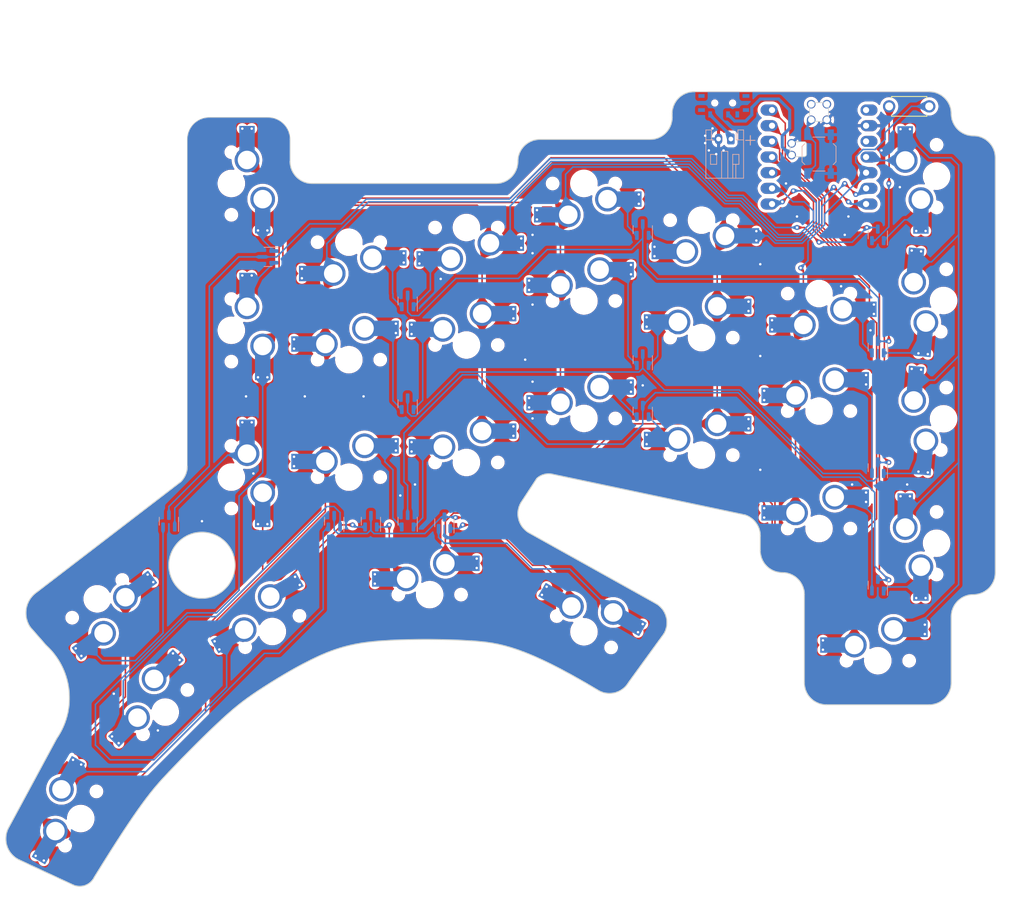
<source format=kicad_pcb>
(kicad_pcb (version 20221018) (generator pcbnew)
  (layers (0 "F.Cu" signal) (31 "B.Cu" signal) (34 "B.Paste" user) (35 "F.Paste" user) (36 "B.SilkS" user "B.Silkscreen") (37 "F.SilkS" user "F.Silkscreen") (38 "B.Mask" user) (39 "F.Mask" user) (44 "Edge.Cuts" user))
  (net 0 "")
  (net 1 "VBAT")
  (net 2 "GND")
  (net 3 "ROW1")
  (net 4 "ROW2")
  (net 5 "ROW3")
  (net 6 "ROW4")
  (net 7 "Net-(D11-A2)")
  (net 8 "ROW0")
  (net 9 "VCC")
  (net 13 "RESET")
  (net 14 "BAT+")
  (net 15 "COL5")
  (net 16 "COL4")
  (net 17 "COL3")
  (net 18 "COL2")
  (net 19 "COL1")
  (net 20 "Net-(D1-A1)")
  (net 21 "Net-(D1-A2)")
  (net 22 "Net-(D2-A1)")
  (net 23 "Net-(D2-A2)")
  (net 24 "Net-(D3-A1)")
  (net 25 "Net-(D3-A2)")
  (net 26 "Net-(D4-A1)")
  (net 27 "Net-(D4-A2)")
  (net 28 "Net-(D6-A1)")
  (net 29 "Net-(D6-A2)")
  (net 30 "Net-(D7-A1)")
  (net 31 "Net-(D7-A2)")
  (net 32 "Net-(D8-A1)")
  (net 33 "Net-(D8-A2)")
  (net 34 "Net-(D9-A1)")
  (net 35 "Net-(D9-A2)")
  (net 36 "Net-(D11-A1)")
  (net 37 "Net-(D12-A1)")
  (net 38 "Net-(D12-A2)")
  (net 39 "Net-(D13-A1)")
  (net 40 "Net-(D13-A2)")
  (net 41 "Net-(D14-A1)")
  (net 42 "Net-(D14-A2)")
  (net 43 "Net-(D15-A1)")
  (net 44 "Net-(D15-A2)")
  (net 46 "COL0")
  (net 47 "Net-(D5-A1)")
  (net 48 "Net-(D5-A2)")
  (net 49 "Net-(D10-A2)")
  (net 50 "Net-(D10-A1)")
  (footprint "pretty:MX-1U-Hotswap" (layer "F.Cu") (at 63.793996 236.96352 30)
    (fp_text reference "S43")
    (fp_text value "SW" hide)
  )
  (footprint "pretty:xiao-ble-smd-cutout" (layer "F.Cu") (at 152.400128 160.02012)
    (fp_text reference "U1" hide)
    (fp_text value "xiao-ble" hide)
    (fp_line (start -4.699 -0.7488) (end -4.699 -1.7902) (stroke (width 0.12)) (layer "Edge.Cuts"))
    (fp_line (start -4.0132 -2.476) (end -2.413 -2.476) (stroke (width 0.12)) (layer "Edge.Cuts"))
    (fp_line (start -2.413 -0.063) (end -4.0132 -0.063) (stroke (width 0.12)) (layer "Edge.Cuts"))
    (fp_line (start -2.032 -2.095) (end -2.032 -0.444) (stroke (width 0.12)) (layer "Edge.Cuts"))
    (fp_line (start -1.524 -6.4638) (end -1.524 -8.1402) (stroke (width 0.12)) (layer "Edge.Cuts"))
    (fp_line (start -0.8382 -8.826) (end 0.8382 -8.826) (stroke (width 0.12)) (layer "Edge.Cuts"))
    (fp_line (start -0.8382 -5.778) (end 0.8382 -5.778) (stroke (width 0.12)) (layer "Edge.Cuts"))
    (fp_line (start 1.524 -6.4638) (end 1.524 -8.1402) (stroke (width 0.12)) (layer "Edge.Cuts"))
    (fp_arc (start -4.699 -0.7488) (mid -4.095391 -0.666609) (end -4.0132 -0.063) (stroke (width 0.12)) (layer "Edge.Cuts"))
    (fp_arc (start -4.0132 -2.476) (mid -4.095391 -1.872391) (end -4.699 -1.7902) (stroke (width 0.12)) (layer "Edge.Cuts"))
    (fp_arc (start -2.413 -2.476) (mid -2.143592 -2.364408) (end -2.032 -2.095) (stroke (width 0.12)) (layer "Edge.Cuts"))
    (fp_arc (start -2.032 -0.444) (mid -2.143592 -0.174592) (end -2.413 -0.063) (stroke (width 0.12)) (layer "Edge.Cuts"))
    (fp_arc (start -1.524 -6.4638) (mid -0.920391 -6.381609) (end -0.8382 -5.778) (stroke (width 0.12)) (layer "Edge.Cuts"))
    (fp_arc (start -0.8382 -8.826) (mid -0.920391 -8.222391) (end -1.524 -8.1402) (stroke (width 0.12)) (layer "Edge.Cuts"))
    (fp_arc (start 0.8382 -5.778) (mid 0.920391 -6.381609) (end 1.524 -6.4638) (stroke (width 0.12)) (layer "Edge.Cuts"))
    (fp_arc (start 1.524 -8.1402) (mid 0.920393 -8.222393) (end 0.8382 -8.826) (stroke (width 0.12)) (layer "Edge.Cuts"))
  )
  (footprint "pretty:MX-1U-Hotswap" (layer "F.Cu") (at 172.576196 183.28552 85)
    (fp_text reference "S10")
    (fp_text value "SW" hide)
  )
  (footprint "pretty:MX-1U-Hotswap" (layer "F.Cu") (at 133.350096 170.25952 180)
    (fp_text reference "S12")
    (fp_text value "SW" hide)
  )
  (footprint "pretty:MX-1U-Hotswap" (layer "F.Cu") (at 152.400096 201.21582)
    (fp_text reference "S21")
    (fp_text value "SW" hide)
  )
  (footprint "pretty:MX-1U-Hotswap" (layer "F.Cu") (at 95.250096 171.45022 180)
    (fp_text reference "S14")
    (fp_text value "SW" hide)
  )
  (footprint "pretty:MX-1U-Hotswap" (layer "F.Cu") (at 152.400096 220.26582)
    (fp_text reference "S31")
    (fp_text value "SW" hide)
  )
  (footprint "pretty:MX-1U-Hotswap" (layer "F.Cu") (at 171.450096 222.64702 90)
    (fp_text reference "S30")
    (fp_text value "SW" hide)
  )
  (footprint "pretty:MX-1U-Hotswap" (layer "F.Cu") (at 171.450096 163.11582 90)
    (fp_text reference "S0")
    (fp_text value "SW" hide)
  )
  (footprint "pretty:MX-1U-Hotswap" (layer "F.Cu") (at 89.296896 230.98152)
    (fp_text reference "S42")
    (fp_text value "SW" hide)
  )
  (footprint "pretty:MX-1U-Hotswap" (layer "F.Cu") (at 57.149996 211.93152 -90)
    (fp_text reference "S4")
    (fp_text value "SW" hide)
  )
  (footprint "pretty:MX-1U-Hotswap" (layer "F.Cu") (at 46.434396 250.03142 45)
    (fp_text reference "S44")
    (fp_text value "SW" hide)
  )
  (footprint "pretty:MX-1U-Hotswap" (layer "F.Cu") (at 32.742096 267.29562 60)
    (fp_text reference locked "S45")
    (fp_text value "SW" hide)
  )
  (footprint "pretty:MX-1U-Hotswap" (layer "F.Cu") (at 35.412796 231.66412 -143)
    (fp_text reference "S5")
    (fp_text value "SW" hide)
  )
  (footprint "pretty:MX-1U-Hotswap" (layer "F.Cu") (at 76.200096 211.93142)
    (fp_text reference "S35")
    (fp_text value "SW" hide)
  )
  (footprint "Fiducial:Fiducial_1mm_Mask2mm" (layer "F.Cu") (at 156.567319 152.400128)
    (fp_text reference "FID1" hide)
    (fp_text value "Fiducial")
  )
  (footprint "pretty:MX-1U-Hotswap" (layer "F.Cu") (at 114.300096 202.40642)
    (fp_text reference "S33")
    (fp_text value "SW" hide)
  )
  (footprint "pretty:PushSW" (layer "F.Cu") (at 167.009518 151.804815)
    (fp_text reference "S1" hide)
    (fp_text value "SW_Push" hide)
  )
  (footprint "pretty:MX-1U-Hotswap" (layer "F.Cu") (at 95.250096 190.50022)
    (fp_text reference "S24")
    (fp_text value "SW" hide)
  )
  (footprint "pretty:MX-1U-Hotswap" (layer "F.Cu") (at 76.200096 192.88142)
    (fp_text reference "S25")
    (fp_text value "SW" hide)
  )
  (footprint "pretty:MX-1U-Hotswap" (layer "F.Cu") (at 114.300096 183.35642)
    (fp_text reference "S23")
    (fp_text value "SW" hide)
  )
  (footprint "Fiducial:Fiducial_1mm_Mask2mm" (layer "F.Cu") (at 32.146902 274.439293)
    (fp_text reference "FID3" hide)
    (fp_text value "Fiducial")
  )
  (footprint "pretty:MX-1U-Hotswap" (layer "F.Cu") (at 133.350096 189.30952)
    (fp_text reference "S22")
    (fp_text value "SW" hide)
  )
  (footprint "Fiducial:Fiducial_1mm_Mask2mm" (layer "F.Cu") (at 157.757945 229.790818)
    (fp_text reference "FID2" hide)
    (fp_text value "Fiducial")
  )
  (footprint "pretty:MX-1U-Hotswap" (layer "F.Cu") (at 57.150096 164.30642 -90)
    (fp_text reference "S2")
    (fp_text value "SW" hide)
  )
  (footprint "pretty:MX-1U-Hotswap" (layer "F.Cu") (at 76.200096 173.83142 180)
    (fp_text reference "S15")
    (fp_text value "SW" hide)
  )
  (footprint "pretty:MX-1U-Hotswap" (layer "F.Cu") (at 95.250096 209.55022)
    (fp_text reference "S34")
    (fp_text value "SW" hide)
  )
  (footprint "pretty:MX-1U-Hotswap" (layer "F.Cu") (at 133.350096 208.35952)
    (fp_text reference "S32")
    (fp_text value "SW" hide)
  )
  (footprint "pretty:MX-1U-Hotswap" (layer "F.Cu") (at 172.576196 202.46832 85)
    (fp_text reference "S20")
    (fp_text value "SW" hide)
  )
  (footprint "pretty:MX-1U-Hotswap" (layer "F.Cu") (at 57.150096 188.11892 -90)
    (fp_text reference "S3")
    (fp_text value "SW" hide)
  )
  (footprint "pretty:MX-1U-Hotswap" (layer "F.Cu") (at 114.299996 237.00572 -30)
    (fp_text reference locked "S41")
    (fp_text value "SW" hide)
  )
  (footprint "pretty:MX-1U-Hotswap" (layer "F.Cu") (at 161.925096 241.69712)
    (fp_text reference "S40")
    (fp_text value "SW" hide)
  )
  (footprint "pretty:MX-1U-Hotswap" (layer "F.Cu") (at 152.400096 182.16582 180)
    (fp_text reference "S11")
    (fp_text value "SW" hide)
  )
  (footprint "pretty:MX-1U-Hotswap" (layer "F.Cu") (at 114.300096 164.30642 180)
    (fp_text reference "S13")
    (fp_text value "SW" hide)
  )
  (footprint "Package_TO_SOT_SMD:SOT-23" (layer "B.Cu") (at 161.925096 210.398615 90)
    (fp_text reference "D3" hide)
    (fp_text value "BAV70")
  )
  (footprint "Package_TO_SOT_SMD:SOT-23" (layer "B.Cu") (at 85.725072 200.025168 90)
    (fp_text reference "D13" hide)
    (fp_text value "BAV70")
  )
  (footprint "Package_TO_SOT_SMD:SOT-23" (layer "B.Cu") (at 91.678202 219.32831 90)
    (fp_text reference "D5" hide)
    (fp_text value "BAV70")
  )
  (footprint "Connector_JST:JST_PH_S2B-PH-K_1x02_P2.00mm_Horizontal" (layer "B.Cu") (at 138.112616 157.093884 180)
    (fp_text reference "BT1" hide)
    (fp_text value "Battery_Cell")
  )
  (footprint "Package_TO_SOT_SMD:SOT-23" (layer "B.Cu") (at 85.725096 183.356404 90)
    (fp_text reference "D12" hide)
    (fp_text value "BAV70")
  )
  (footprint "Package_TO_SOT_SMD:SOT-23" (layer "B.Cu") (at 85.725072 219.075184 90)
    (fp_text reference "D14" hide)
    (fp_text value "BAV70")
  )
  (footprint "Package_TO_SOT_SMD:SOT-23" (layer "B.Cu") (at 47.029727 219.075184 90)
    (fp_text reference "D11" hide)
    (fp_text value "BAV70")
  )
  (footprint "sepp:switch-MSK-12C02-smd" (layer "B.Cu") (at 136.950096 149.90712 -90)
    (fp_text reference "SW_bat1")
    (fp_text value "SW_SPDT")
  )
  (footprint "Package_TO_SOT_SMD:SOT-23" (layer "B.Cu") (at 79.771942 219.075184 90)
    (fp_text reference "D10" hide)
    (fp_text value "BAV70")
  )
  (footprint "Package_TO_SOT_SMD:SOT-23" (layer "B.Cu") (at 73.818812 219.075184 90)
    (fp_text reference "D15" hide)
    (fp_text value "BAV70")
  )
  (footprint "Package_TO_SOT_SMD:SOT-23" (layer "B.Cu") (at 63.103096 176.21272 180)
    (fp_text reference "D6" hide)
    (fp_text value "BAV70")
  )
  (footprint "Package_TO_SOT_SMD:SOT-23" (layer "B.Cu") (at 161.925096 190.842347 90)
    (fp_text reference "D2" hide)
    (fp_text value "BAV70")
  )
  (footprint "Package_TO_SOT_SMD:SOT-23" (layer "B.Cu") (at 161.925096 172.64077 90)
    (fp_text reference "D1" hide)
    (fp_text value "BAV70")
  )
  (footprint "Package_TO_SOT_SMD:SOT-23" (layer "B.Cu") (at 123.825096 192.881412 90)
    (fp_text reference "D8" hide)
    (fp_text value "BAV70")
  )
  (footprint "Package_TO_SOT_SMD:SOT-23" (layer "B.Cu") (at 161.925096 229.448631 90)
    (fp_text reference "D4" hide)
    (fp_text value "BAV70")
  )
  (footprint "Button_Switch_SMD:SW_SPST_TL3342" (layer "B.Cu") (at 152.400128 159.543884 -90)
    (fp_text reference "SW_reset1" hide)
    (fp_text value "SW_Push")
  )
  (footprint "Package_TO_SOT_SMD:SOT-23" (layer "B.Cu") (at 123.825104 201.215794 90)
    (fp_text reference "D9" hide)
    (fp_text value "BAV70")
  )
  (footprint "Package_TO_SOT_SMD:SOT-23" (layer "B.Cu") (at 123.825104 171.792331 90)
    (fp_text reference "D7" hide)
    (fp_text value "BAV70")
  )
  (gr_arc locked (start 180.975072 227.409616) (mid 179.928881 229.935287) (end 177.403194 230.981446) (stroke (width 0.16)) (layer "Edge.Cuts"))
  (gr_arc locked (start 153.590722 248.840883) (mid 151.064986 247.794735) (end 150.018797 245.269005) (stroke (width 0.16)) (layer "Edge.Cuts"))
  (gr_curve locked (pts (xy 47.046763 259.720287) (xy 44.318096 262.59762) (xy 42.234096 264.97862) (xy 34.939194 276.799194)) (stroke (width 0.16)) (layer "Edge.Cuts"))
  (gr_line (start 53.57817 153.590754) (end 63.103178 153.590754) (stroke (width 0.1)) (layer "Edge.Cuts"))
  (gr_arc locked (start 106.658861 212.137936) (mid 107.896456 211.473484) (end 109.301084 211.485054) (stroke (width 0.16)) (layer "Edge.Cuts"))
  (gr_line (start 132.159454 149.423596) (end 170.259392 149.423596) (stroke (width 0.1)) (layer "Edge.Cuts"))
  (gr_line locked (start 25.654149 230.55069) (end 48.960066 212.671218) (stroke (width 0.16)) (layer "Edge.Cuts"))
  (gr_arc locked (start 50.00626 210.145522) (mid 49.734336 211.51241) (end 48.960066 212.671218) (stroke (width 0.16)) (layer "Edge.Cuts"))
  (gr_arc locked (start 140.432739 218.067883) (mid 142.200884 219.367949) (end 142.875088 221.456469) (stroke (width 0.16)) (layer "Edge.Cuts"))
  (gr_arc locked (start 177.403242 156.567352) (mid 174.877468 155.521216) (end 173.831317 152.995474) (stroke (width 0.16)) (layer "Edge.Cuts"))
  (gr_line locked (start 66.675024 160.734543) (end 66.675056 157.162632) (stroke (width 0.1)) (layer "Edge.Cuts"))
  (gr_curve locked (pts (xy 62.474929 245.928453) (xy 59.696763 247.714287) (xy 58.109429 248.904953) (xy 55.629096 251.18712)) (stroke (width 0.16)) (layer "Edge.Cuts"))
  (gr_line locked (start 100.012552 164.306468) (end 70.246949 164.306421) (stroke (width 0.16)) (layer "Edge.Cuts"))
  (gr_arc locked (start 173.831316 234.553371) (mid 174.877499 232.027672) (end 177.403194 230.981446) (stroke (width 0.16)) (layer "Edge.Cuts"))
  (gr_line locked (start 28.864348 254.285989) (end 21.125145 268.642516) (stroke (width 0.16)) (layer "Edge.Cuts"))
  (gr_line locked (start 121.52788 245.216529) (end 127.272811 237.303844) (stroke (width 0.16)) (layer "Edge.Cuts"))
  (gr_arc locked (start 170.259392 149.423596) (mid 172.785143 150.469735) (end 173.831317 152.995474) (stroke (width 0.16)) (layer "Edge.Cuts"))
  (gr_arc locked (start 128.587576 153.590787) (mid 127.541366 156.116448) (end 125.015698 157.162712) (stroke (width 0.16)) (layer "Edge.Cuts"))
  (gr_arc locked (start 70.246949 164.306421) (mid 67.721276 163.260221) (end 66.675024 160.734543) (stroke (width 0.16)) (layer "Edge.Cuts"))
  (gr_line locked (start 22.790864 274.006712) (end 31.469291 278.042331) (stroke (width 0.16)) (layer "Edge.Cuts"))
  (gr_line locked (start 121.44382 157.162618) (end 107.156308 157.162618) (stroke (width 0.16)) (layer "Edge.Cuts"))
  (gr_arc locked (start 63.103178 153.590754) (mid 65.628877 154.636933) (end 66.675056 157.162632) (stroke (width 0.1)) (layer "Edge.Cuts"))
  (gr_arc locked (start 146.446919 227.409615) (mid 148.972646 228.455765) (end 150.018844 230.981493) (stroke (width 0.16)) (layer "Edge.Cuts"))
  (gr_line locked (start 153.590722 248.840883) (end 170.259486 248.84093) (stroke (width 0.16)) (layer "Edge.Cuts"))
  (gr_line locked (start 121.44382 157.162618) (end 125.015698 157.162712) (stroke (width 0.16)) (layer "Edge.Cuts"))
  (gr_line locked (start 27.114691 239.184663) (end 24.547207 236.246372) (stroke (width 0.16)) (layer "Edge.Cuts"))
  (gr_line locked (start 180.975167 160.13923) (end 180.975072 227.409616) (stroke (width 0.16)) (layer "Edge.Cuts"))
  (gr_arc locked (start 27.114691 239.184663) (mid 30.821426 246.407218) (end 28.864348 254.285989) (stroke (width 0.16)) (layer "Edge.Cuts"))
  (gr_line locked (start 150.018797 245.269005) (end 150.018844 230.981493) (stroke (width 0.16)) (layer "Edge.Cuts"))
  (gr_arc locked (start 103.58443 160.734543) (mid 104.630529 158.208744) (end 107.156308 157.162618) (stroke (width 0.16)) (layer "Edge.Cuts"))
  (gr_line locked (start 173.831364 245.269005) (end 173.831316 234.553371) (stroke (width 0.16)) (layer "Edge.Cuts"))
  (gr_line locked (start 142.875088 221.456469) (end 142.874994 223.837737) (stroke (width 0.16)) (layer "Edge.Cuts"))
  (gr_line locked (start 50.006292 157.162632) (end 50.00626 210.145522) (stroke (width 0.1)) (layer "Edge.Cuts"))
  (gr_curve locked (pts (xy 72.694763 240.37262) (xy 69.222096 241.76162) (xy 65.253096 244.14262) (xy 62.474929 245.928453)) (stroke (width 0.16)) (layer "Edge.Cuts"))
  (gr_arc locked (start 121.52788 245.216529) (mid 119.358946 246.880567) (end 116.648596 246.52362) (stroke (width 0.16)) (layer "Edge.Cuts"))
  (gr_line locked (start 109.301084 211.485054) (end 140.432739 218.067883) (stroke (width 0.16)) (layer "Edge.Cuts"))
  (gr_circle locked (center 52.387512 226.218973) (end 57.745329 226.218973) (stroke (width 0.16)) (fill none) (layer "Edge.Cuts"))
  (gr_arc locked (start 24.547207 236.246372) (mid 23.930079 233.171029) (end 25.654149 230.55069) (stroke (width 0.16)) (layer "Edge.Cuts"))
  (gr_curve locked (pts (xy 116.648596 246.52362) (xy 104.742096 239.38062) (xy 100.575096 238.78512) (xy 96.110263 238.48737)) (stroke (width 0.16)) (layer "Edge.Cuts"))
  (gr_arc locked (start 103.58443 160.734543) (mid 102.538292 163.260275) (end 100.012552 164.306468) (stroke (width 0.16)) (layer "Edge.Cuts"))
  (gr_curve locked (pts (xy 83.013263 238.38812) (xy 79.143763 238.58662) (xy 76.167429 238.98362) (xy 72.694763 240.37262)) (stroke (width 0.16)) (layer "Edge.Cuts"))
  (gr_line locked (start 105.337634 220.925509) (end 125.965372 232.424545) (stroke (width 0.16)) (layer "Edge.Cuts"))
  (gr_arc locked (start 105.337634 220.925509) (mid 103.710179 218.728969) (end 104.112521 216.024977) (stroke (width 0.16)) (layer "Edge.Cuts"))
  (gr_arc locked (start 125.965372 232.424545) (mid 127.629599 234.593413) (end 127.272811 237.303844) (stroke (width 0.16)) (layer "Edge.Cuts"))
  (gr_arc locked (start 22.790864 274.006712) (mid 20.769176 271.693774) (end 21.125145 268.642516) (stroke (width 0.16)) (layer "Edge.Cuts"))
  (gr_arc locked (start 50.006292 157.162632) (mid 51.052471 154.636933) (end 53.57817 153.590754) (stroke (width 0.1)) (layer "Edge.Cuts"))
  (gr_curve locked (pts (xy 55.629096 251.18712) (xy 53.148763 253.469287) (xy 49.775429 256.842953) (xy 47.046763 259.720287)) (stroke (width 0.16)) (layer "Edge.Cuts"))
  (gr_arc locked (start 128.587576 152.995521) (mid 129.633768 150.469805) (end 132.159454 149.423596) (stroke (width 0.16)) (layer "Edge.Cuts"))
  (gr_curve locked (pts (xy 96.110263 238.48737) (xy 91.645429 238.18962) (xy 86.882763 238.18962) (xy 83.013263 238.38812)) (stroke (width 0.16)) (layer "Edge.Cuts"))
  (gr_arc locked (start 34.939194 276.799194) (mid 33.459497 278.133241) (end 31.469291 278.042331) (stroke (width 0.16)) (layer "Edge.Cuts"))
  (gr_arc locked (start 177.403242 156.567352) (mid 179.928976 157.613506) (end 180.975167 160.13923) (stroke (width 0.16)) (layer "Edge.Cuts"))
  (gr_line locked (start 104.112521 216.024977) (end 106.658861 212.137936) (stroke (width 0.16)) (layer "Edge.Cuts"))
  (gr_line locked (start 128.587576 153.590787) (end 128.587576 152.995521) (stroke (width 0.16)) (layer "Edge.Cuts"))
  (gr_arc locked (start 146.446919 227.409615) (mid 143.921238 226.363433) (end 142.874994 223.837737) (stroke (width 0.16)) (layer "Edge.Cuts"))
  (gr_arc locked (start 173.831364 245.269005) (mid 172.785212 247.794744) (end 170.259486 248.84093) (stroke (width 0.16)) (layer "Edge.Cuts"))
  (gr_text "+" (at 142.279807 155.972006 90) (layer "B.SilkS") (effects (font (size 2 2)) (justify left bottom mirror)))
  (segment (start 138.112616 156.567319) (end 134.750096 153.204799) (width 0.5) (layer "B.Cu") (net 1))
  (segment (start 134.750096 153.204799) (end 134.750096 153.10712) (width 0.5) (layer "B.Cu") (net 1))
  (segment (start 138.112616 157.093884) (end 138.112616 156.567319) (width 0.5) (layer "B.Cu") (net 1))
  (via (at 84.534446 214.907993) (size 0.8) (drill 0.4) (layers "F.Cu" "B.Cu") (net 2))
  (via (at 133.945425 157.757945) (size 0.8) (drill 0.4) (layers "F.Cu" "B.Cu") (net 2))
  (via (at 105.965714 196.45329) (size 0.8) (drill 0.4) (layers "F.Cu" "B.Cu") (net 2))
  (via (at 148.82825 169.664205) (size 0.8) (drill 0.4) (layers "F.Cu" "B.Cu") (net 2))
  (via (at 38.100032 247.054895) (size 0.8) (drill 0.4) (layers "F.Cu" "B.Cu") (net 2))
  (via (at 155.972006 180.975152) (size 0.8) (drill 0.4) (layers "F.Cu" "B.Cu") (net 2))
  (via (at 165.497014 164.901701) (size 0.8) (drill 0.4) (layers "F.Cu" "B.Cu") (net 2))
  (via (at 162.520449 158.948571) (size 0.8) (drill 0.4) (layers "F.Cu" "B.Cu") (net 2))
  (via (at 134.540738 158.948571) (size 0.8) (drill 0.4) (layers "F.Cu" "B.Cu") (net 2))
  (via (at 105.965714 172.64077) (size 0.8) (drill 0.4) (layers "F.Cu" "B.Cu") (net 2))
  (via (at 59.5313 198.834542) (size 0.8) (drill 0.4) (layers "F.Cu" "B.Cu") (net 2))
  (via (at 60.721926 211.336115) (size 0.8) (drill 0.4) (layers "F.Cu" "B.Cu") (net 2))
  (via (at 135.731364 159.543884) (size 0.8) (drill 0.4) (layers "F.Cu" "B.Cu") (net 2))
  (via (at 156.567319 172.64077) (size 0.8) (drill 0.4) (layers "F.Cu" "B.Cu") (net 2))
  (via (at 86.915698 213.122054) (size 0.8) (drill 0.4) (layers "F.Cu" "B.Cu") (net 2))
  (via (at 142.87512 177.403274) (size 0.8) (drill 0.4) (layers "F.Cu" "B.Cu") (net 2))
  (via (at 147.042311 164.306388) (size 0.8) (drill 0.4) (layers "F.Cu" "B.Cu") (net 2))
  (via (at 166.68764 213.122054) (size 0.8) (drill 0.4) (layers "F.Cu" "B.Cu") (net 2))
  (via (at 160.73451 188.118908) (size 0.8) (drill 0.4) (layers "F.Cu" "B.Cu") (net 2))
  (via (at 91.082889 179.784526) (size 0.8) (drill 0.4) (layers "F.Cu" "B.Cu") (net 2))
  (via (at 69.056308 198.834542) (size 0.8) (drill 0.4) (layers "F.Cu" "B.Cu") (net 2))
  (via (at 133.945425 156.567319) (size 0.8) (drill 0.4) (layers "F.Cu" "B.Cu") (net 2))
  (via (at 105.965714 202.40642) (size 0.8) (drill 0.4) (layers "F.Cu" "B.Cu") (net 2))
  (via (at 45.243788 253.008025) (size 0.8) (drill 0.4) (layers "F.Cu" "B.Cu") (net 2))
  (via (at 157.162632 169.664205) (size 0.8) (drill 0.4) (layers "F.Cu" "B.Cu") (net 2))
  (via (at 142.87512 210.740802) (size 0.8) (drill 0.4) (layers "F.Cu" "B.Cu") (net 2))
  (via (at 78.581316 198.834542) (size 0.8) (drill 0.4) (layers "F.Cu" "B.Cu") (net 2))
  (via (at 105.965714 175.617335) (size 0.8) (drill 0.4) (layers "F.Cu" "B.Cu") (net 2))
  (via (at 123.825104 197.048603) (size 0.8) (drill 0.4) (layers "F.Cu" "B.Cu") (net 2))
  (via (at 136.92199 158.948571) (size 0.8) (drill 0.4) (layers "F.Cu" "B.Cu") (net 2))
  (via (at 157.757945 213.122054) (size 0.8) (drill 0.4) (layers "F.Cu" "B.Cu") (net 2))
  (via (at 142.87512 192.286099) (size 0.8) (drill 0.4) (layers "F.Cu" "B.Cu") (net 2))
  (via (at 135.136051 155.376693) (size 0.8) (drill 0.4) (layers "F.Cu" "B.Cu") (net 2))
  (via (at 104.775088 192.881412) (size 0.8) (drill 0.4) (layers "F.Cu" "B.Cu") (net 2))
  (via (at 52.387544 219.075184) (size 0.8) (drill 0.4) (layers "F.Cu" "B.Cu") (net 2))
  (via (at 105.965714 183.951717) (size 0.8) (drill 0.4) (layers "F.Cu" "B.Cu") (net 2))
  (segment locked (start 144.780128 154.94012) (end 146.481628 156.64162) (width 0.25) (layer "F.Cu") (net 3))
  (segment (start 163.711075 182.165778) (end 163.711075 189.904847) (width 0.25) (layer "F.Cu") (net 3))
  (segment (start 152.850128 171.304831) (end 163.711075 182.165778) (width 0.25) (layer "F.Cu") (net 3))
  (segment locked (start 146.481628 156.64162) (end 146.481628 160.313464) (width 0.25) (layer "F.Cu") (net 3))
  (segment locked (start 146.481628 160.313464) (end 152.850128 166.681964) (width 0.25) (layer "F.Cu") (net 3))
  (segment locked (start 152.850128 166.681964) (end 152.850128 168.023579) (width 0.25) (layer "F.Cu") (net 3))
  (segment (start 152.850128 168.023579) (end 152.850128 171.304831) (width 0.25) (layer "F.Cu") (net 3))
  (via (at 163.711075 189.904847) (size 0.8) (drill 0.4) (layers "F.Cu" "B.Cu") (net 3))
  (segment (start 123.825104 177.403274) (end 126.21875 179.79692) (width 0.25) (layer "B.Cu") (net 3))
  (segment (start 103.667096 179.701892) (end 93.546775 179.701892) (width 0.25) (layer "B.Cu") (net 3))
  (segment (start 121.992164 175.022022) (end 108.346966 175.022022) (width 0.25) (layer "B.Cu") (net 3))
  (segment (start 85.725096 185.142367) (end 85.725096 182.418904) (width 0.25) (layer "B.Cu") (net 3))
  (segment (start 123.825104 170.854831) (end 123.825104 177.403274) (width 0.25) (layer "B.Cu") (net 3))
  (segment (start 158.960965 179.79692) (end 162.060096 182.896051) (width 0.25) (layer "B.Cu") (net 3))
  (segment (start 126.21875 179.79692) (end 158.960965 179.79692) (width 0.25) (layer "B.Cu") (net 3))
  (segment (start 123.825104 170.854831) (end 123.825104 173.189082) (width 0.25) (layer "B.Cu") (net 3))
  (segment (start 163.711075 189.904847) (end 161.925096 189.904847) (width 0.25) (layer "B.Cu") (net 3))
  (segment (start 108.346966 175.022022) (end 103.667096 179.701892) (width 0.25) (layer "B.Cu") (net 3))
  (segment (start 86.320385 185.737656) (end 85.725096 185.142367) (width 0.25) (layer "B.Cu") (net 3))
  (segment (start 162.060096 189.769847) (end 161.925096 189.904847) (width 0.25) (layer "B.Cu") (net 3))
  (segment (start 93.546775 179.701892) (end 87.511011 185.737656) (width 0.25) (layer "B.Cu") (net 3))
  (segment (start 87.511011 185.737656) (end 86.320385 185.737656) (width 0.25) (layer "B.Cu") (net 3))
  (segment (start 123.825104 173.189082) (end 121.992164 175.022022) (width 0.25) (layer "B.Cu") (net 3))
  (segment (start 162.060096 182.896051) (end 162.060096 189.769847) (width 0.25) (layer "B.Cu") (net 3))
  (segment (start 162.986075 182.077174) (end 162.986075 208.825176) (width 0.25) (layer "F.Cu") (net 4))
  (segment (start 162.986075 208.825176) (end 163.711075 209.550176) (width 0.25) (layer "F.Cu") (net 4))
  (segment locked (start 144.780128 157.48012) (end 146.005128 158.70512) (width 0.25) (layer "F.Cu") (net 4))
  (segment (start 152.400128 171.491227) (end 162.986075 182.077174) (width 0.25) (layer "F.Cu") (net 4))
  (segment (start 152.400128 166.86836) (end 152.400128 171.491227) (width 0.25) (layer "F.Cu") (net 4))
  (segment locked (start 146.005128 158.70512) (end 146.005128 160.47336) (width 0.25) (layer "F.Cu") (net 4))
  (segment locked (start 146.005128 160.47336) (end 152.400128 166.86836) (width 0.25) (layer "F.Cu") (net 4))
  (via (at 163.711075 209.550176) (size 0.8) (drill 0.4) (layers "F.Cu" "B.Cu") (net 4))
  (segment (start 94.165579 194.881412) (end 87.021823 202.025168) (width 0.25) (layer "B.Cu") (net 4))
  (segment (start 139.489638 197.789229) (end 153.036524 211.336115) (width 0.25) (layer "B.Cu") (net 4))
  (segment (start 123.221847 194.881412) (end 94.165579 194.881412) (width 0.25) (layer "B.Cu") (net 4))
  (segment (start 161.329823 212.526741) (end 161.925096 211.931468) (width 0.25) (layer "B.Cu") (net 4))
  (segment (start 160.18028 212.526741) (end 161.329823 212.526741) (width 0.25) (layer "B.Cu") (net 4))
  (segment (start 158.989654 211.336115) (end 160.18028 212.526741) (width 0.25) (layer "B.Cu") (net 4))
  (segment (start 123.825096 194.278163) (end 123.221847 194.881412) (width 0.25) (layer "B.Cu") (net 4))
  (segment (start 161.925096 211.931468) (end 161.925096 209.461115) (width 0.25) (layer "B.Cu") (net 4))
  (segment (start 163.711075 209.550176) (end 162.014157 209.550176) (width 0.25) (layer "B.Cu") (net 4))
  (segment (start 123.825096 194.278163) (end 127.336162 197.789229) (width 0.25) (layer "B.Cu") (net 4))
  (segment (start 85.725072 201.421919) (end 85.725072 199.087668) (width 0.25) (layer "B.Cu") (net 4))
  (segment (start 87.021823 202.025168) (end 86.328321 202.025168) (width 0.25) (layer "B.Cu") (net 4))
  (segment (start 162.014157 209.550176) (end 161.925096 209.461115) (width 0.25) (layer "B.Cu") (net 4))
  (segment (start 153.036524 211.336115) (end 158.989654 211.336115) (width 0.25) (layer "B.Cu") (net 4))
  (segment (start 127.336162 197.789229) (end 139.489638 197.789229) (width 0.25) (layer "B.Cu") (net 4))
  (segment (start 86.328321 202.025168) (end 85.725072 201.421919) (width 0.25) (layer "B.Cu") (net 4))
  (segment (start 123.825096 191.943912) (end 123.825096 194.278163) (width 0.25) (layer "B.Cu") (net 4))
  (segment (start 151.950128 168.473579) (end 151.950128 171.677623) (width 0.25) (layer "F.Cu") (net 5))
  (segment locked (start 144.780128 160.02012) (end 144.915492 160.02012) (width 0.25) (layer "F.Cu") (net 5))
  (segment (start 162.18171 181.909205) (end 162.18171 227.070827) (width 0.25) (layer "F.Cu") (net 5))
  (segment locked (start 151.950128 167.054756) (end 151.950128 168.473579) (width 0.25) (layer "F.Cu") (net 5))
  (segment locked (start 144.915492 160.02012) (end 150.503288 165.607916) (width 0.25) (layer "F.Cu") (net 5))
  (segment locked (start 151.693914 166.798542) (end 151.950128 167.054756) (width 0.25) (layer "F.Cu") (net 5))
  (segment (start 151.950128 171.677623) (end 162.18171 181.909205) (width 0.25) (layer "F.Cu") (net 5))
  (segment locked (start 150.503288 165.607916) (end 151.693914 166.798542) (width 0.25) (layer "F.Cu") (net 5))
  (segment (start 162.18171 227.070827) (end 163.711075 228.600192) (width 0.25) (layer "F.Cu") (net 5))
  (via (at 163.711075 228.600192) (size 0.8) (drill 0.4) (layers "F.Cu" "B.Cu") (net 5))
  (segment (start 94.586019 195.331412) (end 97.104767 195.331412) (width 0.25) (layer "B.Cu") (net 5))
  (segment (start 120.653945 206.573611) (end 123.825104 203.402452) (width 0.25) (layer "B.Cu") (net 5))
  (segment (start 161.425096 226.314213) (end 163.711075 228.600192) (width 0.25) (layer "B.Cu") (net 5))
  (segment (start 85.129759 204.787672) (end 94.586019 195.331412) (width 0.25) (layer "B.Cu") (net 5))
  (segment (start 152.995441 211.931428) (end 158.948571 211.931428) (width 0.25) (layer "B.Cu") (net 5))
  (segment (start 161.425096 214.407953) (end 161.425096 226.314213) (width 0.25) (layer "B.Cu") (net 5))
  (segment (start 163.711075 228.600192) (end 162.014157 228.600192) (width 0.25) (layer "B.Cu") (net 5))
  (segment (start 139.303242 198.239229) (end 152.995441 211.931428) (width 0.25) (layer "B.Cu") (net 5))
  (segment (start 162.014157 228.600192) (end 161.925096 228.511131) (width 0.25) (layer "B.Cu") (net 5))
  (segment (start 85.129759 212.692062) (end 85.129759 204.787672) (width 0.25) (layer "B.Cu") (net 5))
  (segment (start 158.948571 211.931428) (end 161.425096 214.407953) (width 0.25) (layer "B.Cu") (net 5))
  (segment (start 123.825104 203.402452) (end 123.825104 200.278294) (width 0.25) (layer "B.Cu") (net 5))
  (segment (start 125.864169 198.239229) (end 139.303242 198.239229) (width 0.25) (layer "B.Cu") (net 5))
  (segment (start 85.725072 213.287375) (end 85.129759 212.692062) (width 0.25) (layer "B.Cu") (net 5))
  (segment (start 97.104767 195.331412) (end 108.346966 206.573611) (width 0.25) (layer "B.Cu") (net 5))
  (segment (start 85.725072 218.137684) (end 85.725072 213.287375) (width 0.25) (layer "B.Cu") (net 5))
  (segment (start 123.825104 200.278294) (end 125.864169 198.239229) (width 0.25) (layer "B.Cu") (net 5))
  (segment (start 108.346966 206.573611) (end 120.653945 206.573611) (width 0.25) (layer "B.Cu") (net 5))
  (segment (start 145.256372 222.051749) (end 145.256372 215.503306) (width 0.25) (layer "F.Cu") (net 6))
  (segment (start 132.159486 214.31268) (end 129.778234 211.931428) (width 0.25) (layer "F.Cu") (net 6))
  (segment (start 155.972006 224.433001) (end 147.637624 224.433001) (width 0.25) (layer "F.Cu") (net 6))
  (segment (start 145.256372 215.503306) (end 144.065746 214.31268) (width 0.25) (layer "F.Cu") (net 6))
  (segment (start 144.065746 214.31268) (end 132.159486 214.31268) (width 0.25) (layer "F.Cu") (net 6))
  (segment (start 161.73171 186.934739) (end 161.73171 218.673297) (width 0.25) (layer "F.Cu") (net 6))
  (segment (start 117.871974 208.954863) (end 105.965714 208.954863) (width 0.25) (layer "F.Cu") (net 6))
  (segment (start 96.440706 218.479871) (end 93.464141 218.479871) (width 0.25) (layer "F.Cu") (net 6))
  (segment (start 161.73171 218.673297) (end 155.972006 224.433001) (width 0.25) (layer "F.Cu") (net 6))
  (segment (start 120.848539 211.931428) (end 117.871974 208.954863) (width 0.25) (layer "F.Cu") (net 6))
  (segment (start 160.565096 185.768125) (end 161.73171 186.934739) (width 0.25) (layer "F.Cu") (net 6))
  (segment (start 147.637624 224.433001) (end 145.256372 222.051749) (width 0.25) (layer "F.Cu") (net 6))
  (segment locked (start 144.780128 162.56012) (end 146.819096 162.56012) (width 0.25) (layer "F.Cu") (net 6))
  (segment (start 105.965714 208.954863) (end 96.440706 218.479871) (width 0.25) (layer "F.Cu") (net 6))
  (segment locked (start 150.780403 166.521427) (end 151.500128 167.241152) (width 0.25) (layer "F.Cu") (net 6))
  (segment (start 151.500128 167.241152) (end 151.500128 171.864019) (width 0.25) (layer "F.Cu") (net 6))
  (segment (start 129.778234 211.931428) (end 120.848539 211.931428) (width 0.25) (layer "F.Cu") (net 6))
  (segment locked (start 146.819096 162.56012) (end 150.780403 166.521427) (width 0.25) (layer "F.Cu") (net 6))
  (segment (start 160.565096 180.928987) (end 160.565096 185.768125) (width 0.25) (layer "F.Cu") (net 6))
  (segment (start 151.500128 171.864019) (end 160.565096 180.928987) (width 0.25) (layer "F.Cu") (net 6))
  (via (at 93.464141 218.479871) (size 0.8) (drill 0.4) (layers "F.Cu" "B.Cu") (net 6))
  (segment (start 73.818812 220.471935) (end 73.818812 218.137684) (width 0.25) (layer "B.Cu") (net 6))
  (segment (start 93.37508 218.39081) (end 93.464141 218.479871) (width 0.25) (layer "B.Cu") (net 6))
  (segment (start 88.509577 221.075184) (end 80.256316 221.075184) (width 0.25) (layer "B.Cu") (net 6))
  (segment (start 79.771942 218.137684) (end 79.771942 220.471935) (width 0.25) (layer "B.Cu") (net 6))
  (segment (start 80.256316 221.075184) (end 79.771942 220.59081) (width 0.25) (layer "B.Cu") (net 6))
  (segment (start 79.771942 220.471935) (end 79.168693 221.075184) (width 0.25) (layer "B.Cu") (net 6))
  (segment (start 74.422061 221.075184) (end 73.818812 220.471935) (width 0.25) (layer "B.Cu") (net 6))
  (segment (start 79.168693 221.075184) (end 74.422061 221.075184) (width 0.25) (layer "B.Cu") (net 6))
  (segment (start 91.678202 218.39081) (end 91.193951 218.39081) (width 0.25) (layer "B.Cu") (net 6))
  (segment (start 91.193951 218.39081) (end 88.509577 221.075184) (width 0.25) (layer "B.Cu") (net 6))
  (segment (start 79.771942 220.59081) (end 79.771942 218.137684) (width 0.25) (layer "B.Cu") (net 6))
  (segment (start 91.678202 218.39081) (end 93.37508 218.39081) (width 0.25) (layer "B.Cu") (net 6))
  (segment (start 36.264474 241.697078) (end 33.804388 239.236992) (width 0.25) (layer "B.Cu") (net 7))
  (segment (start 46.079727 237.207095) (end 41.589744 241.697078) (width 0.25) (layer "B.Cu") (net 7))
  (segment (start 46.079727 220.012684) (end 46.079727 237.207095) (width 0.25) (layer "B.Cu") (net 7))
  (segment (start 41.589744 241.697078) (end 36.264474 241.697078) (width 0.25) (layer "B.Cu") (net 7))
  (segment (start 153.300128 167.428266) (end 153.300128 170.564205) (width 0.25) (layer "F.Cu") (net 8))
  (segment locked (start 146.931628 154.55162) (end 146.931628 160.127068) (width 0.25) (layer "F.Cu") (net 8))
  (segment (start 153.300128 170.564205) (end 154.186067 171.450144) (width 0.25) (layer "F.Cu") (net 8))
  (segment locked (start 153.300128 166.495568) (end 153.300128 167.428266) (width 0.25) (layer "F.Cu") (net 8))
  (segment locked (start 146.931628 160.127068) (end 153.300128 166.495568) (width 0.25) (layer "F.Cu") (net 8))
  (segment (start 150.018876 171.450144) (end 152.400128 173.831396) (width 0.25) (layer "F.Cu") (net 8))
  (segment locked (start 144.780128 152.40012) (end 146.931628 154.55162) (width 0.25) (layer "F.Cu") (net 8))
  (segment (start 148.82825 171.450144) (end 150.018876 171.450144) (width 0.25) (layer "F.Cu") (net 8))
  (segment (start 154.186067 171.450144) (end 160.139197 171.450144) (width 0.25) (layer "F.Cu") (net 8))
  (via (at 160.139197 171.450144) (size 0.8) (drill 0.4) (layers "F.Cu" "B.Cu") (net 8))
  (via (at 148.82825 171.450144) (size 0.8) (drill 0.4) (layers "F.Cu" "B.Cu") (net 8))
  (via (at 152.400128 173.831396) (size 0.8) (drill 0.4) (layers "F.Cu" "B.Cu") (net 8))
  (segment (start 137.703699 166.23764) (end 140.084951 166.23764) (width 0.25) (layer "B.Cu") (net 8))
  (segment (start 160.139197 171.450144) (end 161.67197 171.450144) (width 0.25) (layer "B.Cu") (net 8))
  (segment (start 140.084951 166.23764) (end 145.297455 171.450144) (width 0.25) (layer "B.Cu") (net 8))
  (segment (start 152.400128 173.831396) (end 157.757945 173.831396) (width 0.25) (layer "B.Cu") (net 8))
  (segment (start 69.857736 170.854831) (end 75.009438 170.854831) (width 0.25) (layer "B.Cu") (net 8))
  (segment (start 75.009438 170.854831) (end 79.031316 166.832953) (width 0.25) (layer "B.Cu") (net 8))
  (segment (start 131.750569 160.28451) (end 137.703699 166.23764) (width 0.25) (layer "B.Cu") (net 8))
  (segment (start 64.499847 176.21272) (end 69.857736 170.854831) (width 0.25) (layer "B.Cu") (net 8))
  (segment (start 53.57817 210.145489) (end 53.57817 180.975152) (width 0.25) (layer "B.Cu") (net 8))
  (segment (start 53.57817 180.975152) (end 58.340602 176.21272) (width 0.25) (layer "B.Cu") (net 8))
  (segment (start 157.757945 173.831396) (end 160.139197 171.450144) (width 0.25) (layer "B.Cu") (net 8))
  (segment (start 47.029727 216.693932) (end 53.57817 210.145489) (width 0.25) (layer "B.Cu") (net 8))
  (segment (start 108.755883 160.28451) (end 131.750569 160.28451) (width 0.25) (layer "B.Cu") (net 8))
  (segment (start 62.165596 176.21272) (end 64.499847 176.21272) (width 0.25) (layer "B.Cu") (net 8))
  (segment (start 79.031316 166.832953) (end 102.20744 166.832953) (width 0.25) (layer "B.Cu") (net 8))
  (segment (start 47.029727 218.137684) (end 47.029727 216.693932) (width 0.25) (layer "B.Cu") (net 8))
  (segment (start 145.297455 171.450144) (end 148.82825 171.450144) (width 0.25) (layer "B.Cu") (net 8))
  (segment (start 102.20744 166.832953) (end 108.755883 160.28451) (width 0.25) (layer "B.Cu") (net 8))
  (segment (start 161.67197 171.450144) (end 161.925096 171.70327) (width 0.25) (layer "B.Cu") (net 8))
  (segment (start 58.340602 176.21272) (end 62.165596 176.21272) (width 0.25) (layer "B.Cu") (net 8))
  (segment (start 150.500128 154.61812) (end 151.130128 153.98812) (width 0.25) (layer "B.Cu") (net 13))
  (segment (start 150.500128 162.693884) (end 151.804815 161.389197) (width 0.25) (layer "B.Cu") (net 13))
  (segment (start 151.804815 157.698571) (end 150.500128 156.393884) (width 0.25) (layer "B.Cu") (net 13))
  (segment (start 151.804815 161.389197) (end 151.804815 157.698571) (width 0.25) (layer "B.Cu") (net 13))
  (segment (start 150.500128 156.393884) (end 150.500128 154.61812) (width 0.25) (layer "B.Cu") (net 13))
  (segment (start 146.446998 158.405992) (end 146.446998 156.567319) (width 0.5) (layer "B.Cu") (net 14))
  (segment (start 147.637624 155.376693) (end 147.637624 152.400128) (width 0.5) (layer "B.Cu") (net 14))
  (segment (start 138.729043 154.186067) (end 137.650096 153.10712) (width 0.5) (layer "B.Cu") (net 14))
  (segment (start 142.87512 150.614189) (end 141.500096 151.989213) (width 0.5) (layer "B.Cu") (net 14))
  (segment (start 147.744126 159.70312) (end 146.446998 158.405992) (width 0.5) (layer "B.Cu") (net 14))
  (segment (start 147.637624 152.400128) (end 145.851685 150.614189) (width 0.5) (layer "B.Cu") (net 14))
  (segment (start 145.851685 150.614189) (end 142.87512 150.614189) (width 0.5) (layer "B.Cu") (net 14))
  (segment (start 147.955128 159.70312) (end 147.744126 159.70312) (width 0.5) (layer "B.Cu") (net 14))
  (segment (start 146.446998 156.567319) (end 147.637624 155.376693) (width 0.5) (layer "B.Cu") (net 14))
  (segment (start 141.500096 153.179839) (end 140.493868 154.186067) (width 0.5) (layer "B.Cu") (net 14))
  (segment (start 141.500096 151.989213) (end 141.500096 153.179839) (width 0.5) (layer "B.Cu") (net 14))
  (segment (start 140.493868 154.186067) (end 138.729043 154.186067) (width 0.5) (layer "B.Cu") (net 14))
  (segment (start 52.982857 250.03146) (end 37.504719 265.509598) (width 0.25) (layer "F.Cu") (net 15))
  (segment (start 39.984207 247.551972) (end 39.984207 231.399739) (width 0.25) (layer "F.Cu") (net 15))
  (segment (start 26.193772 261.342407) (end 39.984207 247.551972) (width 0.25) (layer "F.Cu") (net 15))
  (segment (start 37.504719 268.995714) (end 35.633018 270.867415) (width 0.25) (layer "F.Cu") (net 15))
  (segment (start 26.193772 266.881558) (end 26.193772 261.342407) (width 0.25) (layer "F.Cu") (net 15))
  (segment (start 52.982857 236.934574) (end 52.982857 250.03146) (width 0.25) (layer "F.Cu") (net 15))
  (segment (start 30.604664 269.325177) (end 28.637391 269.325177) (width 0.25) (layer "F.Cu") (net 15))
  (segment (start 35.633018 270.867415) (end 32.146902 270.867415) (width 0.25) (layer "F.Cu") (net 15))
  (segment (start 72.390096 209.39142) (end 72.390096 217.527912) (width 0.25) (layer "F.Cu") (net 15))
  (segment (start 28.637391 269.325177) (end 26.193772 266.881558) (width 0.25) (layer "F.Cu") (net 15))
  (segment (start 72.390096 180.18142) (end 73.660096 178.91142) (width 0.25) (layer "F.Cu") (net 15))
  (segment (start 37.504719 265.509598) (end 37.504719 268.995714) (width 0.25) (layer "F.Cu") (net 15))
  (segment (start 32.146902 270.867415) (end 30.604664 269.325177) (width 0.25) (layer "F.Cu") (net 15))
  (segment (start 52.983434 236.934574) (end 52.982857 236.934574) (width 0.25) (layer "F.Cu") (net 15))
  (segment (start 72.390096 217.527912) (end 52.983434 236.934574) (width 0.25) (layer "F.Cu") (net 15))
  (segment (start 72.390096 209.39142) (end 72.390096 190.34142) (width 0.25) (layer "F.Cu") (net 15))
  (segment (start 72.390096 190.34142) (end 72.390096 180.18142) (width 0.25) (layer "F.Cu") (net 15))
  (segment (start 102.393836 167.282953) (end 108.942279 160.73451) (width 0.25) (layer "B.Cu") (net 15))
  (segment locked (start 151.500128 168.764205) (end 151.500128 170.259518) (width 0.25) (layer "B.Cu") (net 15))
  (segment (start 139.898555 166.68764) (end 145.851685 172.64077) (width 0.25) (layer "B.Cu") (net 15))
  (segment (start 72.628186 177.87951) (end 72.628186 174.053199) (width 0.25) (layer "B.Cu") (net 15))
  (segment (start 131.564173 160.73451) (end 137.517303 166.68764) (width 0.25) (layer "B.Cu") (net 15))
  (segment (start 79.398432 167.282953) (end 102.393836 167.282953) (width 0.25) (layer "B.Cu") (net 15))
  (segment (start 149.118876 172.64077) (end 151.500128 170.259518) (width 0.25) (layer "B.Cu") (net 15))
  (segment (start 72.628186 174.053199) (end 79.398432 167.282953) (width 0.25) (layer "B.Cu") (net 15))
  (segment locked (start 148.191854 167.282953) (end 150.018876 167.282953) (width 0.25) (layer "B.Cu") (net 15))
  (segment locked (start 144.780128 165.10012) (end 146.009021 165.10012) (width 0.25) (layer "B.Cu") (net 15))
  (segment (start 108.942279 160.73451) (end 131.564173 160.73451) (width 0.25) (layer "B.Cu") (net 15))
  (segment (start 137.517303 166.68764) (end 139.898555 166.68764) (width 0.25) (layer "B.Cu") (net 15))
  (segment locked (start 150.018876 167.282953) (end 151.500128 168.764205) (width 0.25) (layer "B.Cu") (net 15))
  (segment (start 73.660096 178.91142) (end 72.628186 177.87951) (width 0.25) (layer "B.Cu") (net 15))
  (segment (start 145.851685 172.64077) (end 149.118876 172.64077) (width 0.25) (layer "B.Cu") (net 15))
  (segment locked (start 146.009021 165.10012) (end 148.191854 167.282953) (width 0.25) (layer "B.Cu") (net 15))
  (segment (start 65.504971 172.065999) (end 65.504971 211.315574) (width 0.25) (layer "F.Cu") (net 16))
  (segment locked (start 146.446998 167.282953) (end 148.232937 165.497014) (width 0.25) (layer "F.Cu") (net 16))
  (segment (start 62.229996 214.47152) (end 62.229996 227.051615) (width 0.25) (layer "F.Cu") (net 16))
  (segment (start 62.229996 227.051615) (end 44.638345 244.643266) (width 0.25) (layer "F.Cu") (net 16))
  (segment (start 62.349025 214.47152) (end 62.229996 214.47152) (width 0.25) (layer "F.Cu") (net 16))
  (segment (start 96.994173 167.83642) (end 69.73455 167.83642) (width 0.25) (layer "F.Cu") (net 16))
  (segment (start 97.790096 185.42022) (end 97.790096 175.26022) (width 0.25) (layer "F.Cu") (net 16))
  (segment (start 97.790096 204.47022) (end 97.790096 185.42022) (width 0.25) (layer "F.Cu") (net 16))
  (segment (start 97.790096 175.26022) (end 99.060096 173.99022) (width 0.25) (layer "F.Cu") (net 16))
  (segment (start 99.060096 173.99022) (end 99.060096 169.902343) (width 0.25) (layer "F.Cu") (net 16))
  (segment (start 69.73455 167.83642) (end 65.504971 172.065999) (width 0.25) (layer "F.Cu") (net 16))
  (segment (start 99.060096 169.902343) (end 96.994173 167.83642) (width 0.25) (layer "F.Cu") (net 16))
  (segment (start 65.504971 211.315574) (end 62.349025 214.47152) (width 0.25) (layer "F.Cu") (net 16))
  (via locked (at 146.446998 167.282953) (size 0.8) (drill 0.4) (layers "F.Cu" "B.Cu") (net 16))
  (via locked (at 148.232937 165.497014) (size 0.8) (drill 0.4) (layers "F.Cu" "B.Cu") (net 16))
  (segment (start 137.330907 167.13764) (end 131.377777 161.18451) (width 0.25) (layer "B.Cu") (net 16))
  (segment (start 131.377777 161.18451) (end 109.128675 161.18451) (width 0.25) (layer "B.Cu") (net 16))
  (segment locked (start 151.950128 167.428266) (end 151.950128 170.259518) (width 0.25) (layer "B.Cu") (net 16))
  (segment (start 151.950128 170.445914) (end 149.305272 173.09077) (width 0.25) (layer "B.Cu") (net 16))
  (segment locked (start 146.089831 167.64012) (end 146.446998 167.282953) (width 0.25) (layer "B.Cu") (net 16))
  (segment (start 151.950128 170.259518) (end 151.950128 170.445914) (width 0.25) (layer "B.Cu") (net 16))
  (segment locked (start 144.780128 167.64012) (end 146.089831 167.64012) (width 0.25) (layer "B.Cu") (net 16))
  (segment (start 109.128675 161.18451) (end 102.335096 167.978089) (width 0.25) (layer "B.Cu") (net 16))
  (segment (start 149.305272 173.09077) (end 145.665289 173.09077) (width 0.25) (layer "B.Cu") (net 16))
  (segment (start 145.665289 173.09077) (end 139.712159 167.13764) (width 0.25) (layer "B.Cu") (net 16))
  (segment locked (start 148.232937 165.497014) (end 150.018876 165.497014) (width 0.25) (layer "B.Cu") (net 16))
  (segment locked (start 150.018876 165.497014) (end 151.950128 167.428266) (width 0.25) (layer "B.Cu") (net 16))
  (segment (start 139.712159 167.13764) (end 137.330907 167.13764) (width 0.25) (layer "B.Cu") (net 16))
  (segment (start 102.335096 167.978089) (end 102.335096 173.99022) (width 0.25) (layer "B.Cu") (net 16))
  (segment (start 110.490096 199.86642) (end 110.490096 180.81642) (width 0.25) (layer "F.Cu") (net 17))
  (segment locked (start 157.162632 167.282953) (end 154.78138 164.901701) (width 0.25) (layer "F.Cu") (net 17))
  (segment (start 110.490096 170.65642) (end 111.760096 169.38642) (width 0.25) (layer "F.Cu") (net 17))
  (segment (start 64.889117 172.045457) (end 64.889117 187.999899) (width 0.25) (layer "F.Cu") (net 17))
  (segment (start 109.760096 167.38642) (end 69.548154 167.38642) (width 0.25) (layer "F.Cu") (net 17))
  (segment (start 111.760096 169.38642) (end 109.760096 167.38642) (width 0.25) (layer "F.Cu") (net 17))
  (segment (start 110.490096 180.81642) (end 110.490096 170.65642) (width 0.25) (layer "F.Cu") (net 17))
  (segment (start 69.548154 167.38642) (end 64.889117 172.045457) (width 0.25) (layer "F.Cu") (net 17))
  (segment (start 64.889117 187.999899) (end 62.230096 190.65892) (width 0.25) (layer "F.Cu") (net 17))
  (via locked (at 157.162632 167.282953) (size 0.8) (drill 0.4) (layers "F.Cu" "B.Cu") (net 17))
  (via locked (at 154.78138 164.901701) (size 0.8) (drill 0.4) (layers "F.Cu" "B.Cu") (net 17))
  (segment locked (start 160.020128 167.64012) (end 157.519799 167.64012) (width 0.25) (layer "B.Cu") (net 17))
  (segment (start 37.504719 257.770529) (end 44.607392 257.770529) (width 0.25) (layer "B.Cu") (net 17))
  (segment (start 35.123467 248.799751) (end 35.123467 255.389277) (width 0.25) (layer "B.Cu") (net 17))
  (segment locked (start 154.78138 164.901701) (end 152.400128 167.282953) (width 0.25) (layer "B.Cu") (net 17))
  (segment (start 111.323531 168.949855) (end 111.760096 169.38642) (width 0.25) (layer "B.Cu") (net 17))
  (segment (start 112.514157 161.63451) (end 111.323531 162.825136) (width 0.25) (layer "B.Cu") (net 17))
  (segment (start 54.748254 233.937468) (end 49.98575 233.937468) (width 0.25) (layer "B.Cu") (net 17))
  (segment (start 44.607392 257.770529) (end 56.388206 245.989715) (width 0.25) (layer "B.Cu") (net 17))
  (segment (start 62.230096 211.183373) (end 58.399996 215.013473) (width 0.25) (layer "B.Cu") (net 17))
  (segment (start 131.191381 161.63451) (end 112.514157 161.63451) (width 0.25) (layer "B.Cu") (net 17))
  (segment (start 145.478893 173.54077) (end 139.525763 167.58764) (width 0.25) (layer "B.Cu") (net 17))
  (segment locked (start 157.519799 167.64012) (end 157.162632 167.282953) (width 0.25) (layer "B.Cu") (net 17))
  (segment (start 149.491668 173.54077) (end 145.478893 173.54077) (width 0.25) (layer "B.Cu") (net 17))
  (segment (start 152.400128 167.282953) (end 152.400128 170.63231) (width 0.25) (layer "B.Cu") (net 17))
  (segment (start 139.525763 167.58764) (end 137.144511 167.58764) (width 0.25) (layer "B.Cu") (net 17))
  (segment (start 35.123467 255.389277) (end 37.504719 257.770529) (width 0.25) (layer "B.Cu") (net 17))
  (segment (start 152.400128 170.63231) (end 149.491668 173.54077) (width 0.25) (layer "B.Cu") (net 17))
  (segment (start 58.399996 230.285726) (end 54.748254 233.937468) (width 0.25) (layer "B.Cu") (net 17))
  (segment (start 62.230096 193.96092) (end 62.230096 211.183373) (width 0.25) (layer "B.Cu") (net 17))
  (segment (start 137.144511 167.58764) (end 131.191381 161.63451) (width 0.25) (layer "B.Cu") (net 17))
  (segment (start 56.388206 245.989715) (end 56.388206 238.306315) (width 0.25) (layer "B.Cu") (net 17))
  (segment (start 111.323531 162.825136) (end 111.323531 168.949855) (width 0.25) (layer "B.Cu") (net 17))
  (segment (start 49.98575 233.937468) (end 35.123467 248.799751) (width 0.25) (layer "B.Cu") (net 17))
  (segment (start 58.399996 215.013473) (end 58.399996 230.285726) (width 0.25) (layer "B.Cu") (net 17))
  (segment (start 135.890096 203.27952) (end 135.890096 184.22952) (width 0.25) (layer "F.Cu") (net 18))
  (segment (start 137.160096 169.971093) (end 127.3282 160.139197) (width 0.25) (layer "F.Cu") (net 18))
  (segment (start 115.04942 208.504863) (end 105.779318 208.504863) (width 0.25) (layer "F.Cu") (net 18))
  (segment (start 137.160096 172.79952) (end 137.160096 169.971093) (width 0.25) (layer "F.Cu") (net 18))
  (segment (start 64.293804 163.115762) (end 62.309438 163.115762) (width 0.25) (layer "F.Cu") (net 18))
  (segment (start 93.163836 217.754871) (end 91.836896 219.081811) (width 0.25) (layer "F.Cu") (net 18))
  (segment (start 105.779318 208.504863) (end 96.52931 217.754871) (width 0.25) (layer "F.Cu") (net 18))
  (segment locked (start 158.353258 166.092327) (end 156.567319 164.306388) (width 0.25) (layer "F.Cu") (net 18))
  (segment (start 120.274763 203.27952) (end 115.04942 208.504863) (width 0.25) (layer "F.Cu") (net 18))
  (segment (start 135.890096 184.22952) (end 135.890096 174.06952) (width 0.25) (layer "F.Cu") (net 18))
  (segment (start 91.836896 219.081811) (end 91.836896 225.90152) (width 0.25) (layer "F.Cu") (net 18))
  (segment (start 127.3282 160.139197) (end 108.942279 160.139197) (width 0.25) (layer "F.Cu") (net 18))
  (segment (start 135.890096 174.06952) (end 137.160096 172.79952) (width 0.25) (layer "F.Cu") (net 18))
  (segment (start 96.52931 217.754871) (end 93.163836 217.754871) (width 0.25) (layer "F.Cu") (net 18))
  (segment (start 108.942279 160.139197) (end 102.393836 166.68764) (width 0.25) (layer "F.Cu") (net 18))
  (segment (start 67.865682 166.68764) (end 64.293804 163.115762) (width 0.25) (layer "F.Cu") (net 18))
  (segment (start 102.393836 166.68764) (end 67.865682 166.68764) (width 0.25) (layer "F.Cu") (net 18))
  (segment (start 135.890096 203.27952) (end 120.274763 203.27952) (width 0.25) (layer "F.Cu") (net 18))
  (segment (start 62.309438 163.115762) (end 59.690096 160.49642) (width 0.25) (layer "F.Cu") (net 18))
  (via locked (at 158.353258 166.092327) (size 0.8) (drill 0.4) (layers "F.Cu" "B.Cu") (net 18))
  (via locked (at 156.567319 164.306388) (size 0.8) (drill 0.4) (layers "F.Cu" "B.Cu") (net 18))
  (segment locked (start 159.027921 166.092327) (end 160.020128 165.10012) (width 0.25) (layer "B.Cu") (net 18))
  (segment (start 152.850128 170.259518) (end 152.850128 170.818706) (width 0.25) (layer "B.Cu") (net 18))
  (segment locked (start 152.850128 168.023579) (end 152.850128 170.259518) (width 0.25) (layer "B.Cu") (net 18))
  (segment (start 152.850128 170.818706) (end 149.678064 173.99077) (width 0.25) (layer "B.Cu") (net 18))
  (segment (start 144.101247 172.79952) (end 140.435096 172.79952) (width 0.25) (layer "B.Cu") (net 18))
  (segment locked (start 156.567319 164.306388) (end 154.78138 166.092327) (width 0.25) (layer "B.Cu") (net 18))
  (segment locked (start 154.78138 166.092327) (end 152.850128 168.023579) (width 0.25) (layer "B.Cu") (net 18))
  (segment (start 149.678064 173.99077) (end 145.292497 173.99077) (width 0.25) (layer "B.Cu") (net 18))
  (segment (start 145.292497 173.99077) (end 144.101247 172.79952) (width 0.25) (layer "B.Cu") (net 18))
  (segment locked (start 158.353258 166.092327) (end 159.027921 166.092327) (width 0.25) (layer "B.Cu") (net 18))
  (segment (start 107.751653 226.21894) (end 105.965714 226.21894) (width 0.25) (layer "F.Cu") (net 19))
  (segment (start 117.499182 209.854863) (end 120.475747 212.831428) (width 0.25) (layer "F.Cu") (net 19))
  (segment (start 112.270439 230.737726) (end 107.751653 226.21894) (width 0.25) (layer "F.Cu") (net 19))
  (segment (start 129.405442 212.831428) (end 131.786694 215.21268) (width 0.25) (layer "F.Cu") (net 19))
  (segment (start 142.584494 215.21268) (end 143.510096 216.138282) (width 0.25) (layer "F.Cu") (net 19))
  (segment (start 149.860096 178.43512) (end 149.860096 187.24582) (width 0.25) (layer "F.Cu") (net 19))
  (segment (start 100.012584 216.180785) (end 106.338506 209.854863) (width 0.25) (layer "F.Cu") (net 19))
  (segment (start 131.786694 215.21268) (end 142.584494 215.21268) (width 0.25) (layer "F.Cu") (net 19))
  (segment (start 106.338506 209.854863) (end 117.499182 209.854863) (width 0.25) (layer "F.Cu") (net 19))
  (segment (start 100.012584 220.26581) (end 100.012584 216.180785) (width 0.25) (layer "F.Cu") (net 19))
  (segment (start 148.590096 198.67582) (end 148.590096 188.51582) (width 0.25) (layer "F.Cu") (net 19))
  (segment (start 143.510096 216.138282) (end 143.510096 216.96382) (width 0.25) (layer "F.Cu") (net 19))
  (segment (start 148.590096 188.51582) (end 149.860096 187.24582) (width 0.25) (layer "F.Cu") (net 19))
  (segment (start 120.475747 212.831428) (end 129.405442 212.831428) (width 0.25) (layer "F.Cu") (net 19))
  (segment (start 149.423563 177.998587) (end 149.860096 178.43512) (width 0.25) (layer "F.Cu") (net 19))
  (segment (start 105.965714 226.21894) (end 100.012584 220.26581) (width 0.25) (layer "F.Cu") (net 19))
  (segment (start 148.590096 217.72582) (end 148.590096 198.67582) (width 0.25) (layer "F.Cu") (net 19))
  (segment (start 112.270439 232.901015) (end 112.270439 230.737726) (width 0.25) (layer "F.Cu") (net 19))
  (via (at 149.423563 177.998587) (size 0.8) (drill 0.4) (layers "F.Cu" "B.Cu") (net 19))
  (segment (start 161.483274 158.79512) (end 159.512716 158.79512) (width 0.25) (layer "B.Cu") (net 19))
  (segment (start 150.614189 176.807961) (end 149.423563 177.998587) (width 0.25) (layer "B.Cu") (net 19))
  (segment locked (start 160.020128 162.56012) (end 153.300128 169.28012) (width 0.25) (layer "B.Cu") (net 19))
  (segment (start 153.300128 171.005102) (end 150.614189 173.691041) (width 0.25) (layer "B.Cu") (net 19))
  (segment (start 153.300128 169.968892) (end 153.300128 171.005102) (width 0.25) (layer "B.Cu") (net 19))
  (segment locked (start 153.300128 169.28012) (end 153.300128 169.968892) (width 0.25) (layer "B.Cu") (net 19))
  (segment (start 150.614189 173.691041) (end 150.614189 176.807961) (width 0.25) (layer "B.Cu") (net 19))
  (segment (start 163.115762 157.162632) (end 161.483274 158.79512) (width 0.25) (layer "B.Cu") (net 19))
  (segment (start 158.353258 159.954578) (end 158.353258 160.89325) (width 0.25) (layer "B.Cu") (net 19))
  (segment (start 167.363021 151.804815) (end 163.115762 156.052074) (width 0.25) (layer "B.Cu") (net 19))
  (segment (start 170.259518 151.804815) (end 167.363021 151.804815) (width 0.25) (layer "B.Cu") (net 19))
  (segment (start 158.353258 160.89325) (end 160.020128 162.56012) (width 0.25) (layer "B.Cu") (net 19))
  (segment (start 163.115762 156.052074) (end 163.115762 157.162632) (width 0.25) (layer "B.Cu") (net 19))
  (segment (start 159.512716 158.79512) (end 158.353258 159.954578) (width 0.25) (layer "B.Cu") (net 19))
  (segment (start 162.875096 173.57827) (end 166.252546 170.20082) (width 0.25) (layer "B.Cu") (net 20))
  (segment (start 166.252546 170.20082) (end 168.910096 170.20082) (width 0.25) (layer "B.Cu") (net 20))
  (segment (start 163.711075 164.306388) (end 163.759518 164.257945) (width 0.25) (layer "F.Cu") (net 21))
  (segment (start 163.759518 164.257945) (end 163.759518 151.804815) (width 0.25) (layer "F.Cu") (net 21))
  (via (at 163.711075 164.306388) (size 0.8) (drill 0.4) (layers "F.Cu" "B.Cu") (net 21))
  (segment (start 161.465845 173.57827) (end 163.711075 171.33304) (width 0.25) (layer "B.Cu") (net 21))
  (segment (start 163.711075 171.33304) (end 163.711075 164.306388) (width 0.25) (layer "B.Cu") (net 21))
  (segment (start 160.975096 173.57827) (end 161.465845 173.57827) (width 0.25) (layer "B.Cu") (net 21))
  (segment (start 167.7707 191.779847) (end 169.428363 190.122184) (width 0.25) (layer "B.Cu") (net 22))
  (segment (start 162.875096 191.779847) (end 167.7707 191.779847) (width 0.25) (layer "B.Cu") (net 22))
  (segment (start 159.485096 190.289847) (end 159.485096 184.70582) (width 0.25) (layer "B.Cu") (net 23))
  (segment (start 160.975096 191.779847) (end 159.485096 190.289847) (width 0.25) (layer "B.Cu") (net 23))
  (segment (start 162.875096 211.336115) (end 167.397232 211.336115) (width 0.25) (layer "B.Cu") (net 24))
  (segment (start 167.397232 211.336115) (end 169.428363 209.304984) (width 0.25) (layer "B.Cu") (net 24))
  (segment (start 160.975096 198.86882) (end 158.242096 196.13582) (width 0.25) (layer "B.Cu") (net 25))
  (segment (start 160.975096 211.336115) (end 160.975096 198.86882) (width 0.25) (layer "B.Cu") (net 25))
  (segment (start 162.875096 230.386131) (end 163.529207 229.73202) (width 0.25) (layer "B.Cu") (net 26))
  (segment (start 163.529207 229.73202) (end 168.910096 229.73202) (width 0.25) (layer "B.Cu") (net 26))
  (segment (start 160.975096 230.386131) (end 160.975096 217.91882) (width 0.25) (layer "B.Cu") (net 27))
  (segment (start 160.975096 217.91882) (end 158.242096 215.18582) (width 0.25) (layer "B.Cu") (net 27))
  (segment (start 64.040596 175.26272) (end 62.230096 173.45222) (width 0.25) (layer "B.Cu") (net 28))
  (segment (start 62.230096 173.45222) (end 62.230096 170.14842) (width 0.25) (layer "B.Cu") (net 28))
  (segment (start 64.040596 177.16272) (end 60.169396 181.03392) (width 0.25) (layer "B.Cu") (net 29))
  (segment (start 60.169396 181.03392) (end 59.690096 181.03392) (width 0.25) (layer "B.Cu") (net 29))
  (segment (start 124.898407 172.729831) (end 127.508096 175.33952) (width 0.25) (layer "B.Cu") (net 30))
  (segment (start 124.775104 172.729831) (end 124.898407 172.729831) (width 0.25) (layer "B.Cu") (net 30))
  (segment (start 122.875104 172.729831) (end 121.385096 171.239823) (width 0.25) (layer "B.Cu") (net 31))
  (segment (start 121.385096 171.239823) (end 121.385096 166.84642) (width 0.25) (layer "B.Cu") (net 31))
  (segment (start 126.265096 192.227359) (end 126.265096 186.76952) (width 0.25) (layer "B.Cu") (net 32))
  (segment (start 126.206356 192.387652) (end 126.206356 192.286099) (width 0.25) (layer "B.Cu") (net 32))
  (segment (start 126.206356 192.286099) (end 126.265096 192.227359) (width 0.25) (layer "B.Cu") (net 32))
  (segment (start 124.775096 193.818912) (end 126.206356 192.387652) (width 0.25) (layer "B.Cu") (net 32))
  (segment (start 122.875096 193.818912) (end 122.875096 193.717343) (width 0.25) (layer "B.Cu") (net 33))
  (segment (start 121.443852 179.578176) (end 120.142096 178.27642) (width 0.25) (layer "B.Cu") (net 33))
  (segment (start 122.875096 193.717343) (end 121.443852 192.286099) (width 0.25) (layer "B.Cu") (net 33))
  (segment (start 121.443852 192.286099) (end 121.443852 179.578176) (width 0.25) (layer "B.Cu") (net 33))
  (segment (start 124.775104 202.153294) (end 126.265096 203.643286) (width 0.25) (layer "B.Cu") (net 34))
  (segment (start 126.265096 203.643286) (end 126.265096 205.81952) (width 0.25) (layer "B.Cu") (net 34))
  (segment (start 122.875104 202.153294) (end 120.142096 199.420286) (width 0.25) (layer "B.Cu") (net 35))
  (segment (start 120.142096 199.420286) (end 120.142096 197.32642) (width 0.25) (layer "B.Cu") (net 35))
  (segment (start 56.554735 208.35955) (end 59.451966 208.35955) (width 0.25) (layer "B.Cu") (net 36))
  (segment (start 59.451966 208.35955) (end 59.689996 208.12152) (width 0.25) (layer "B.Cu") (net 36))
  (segment (start 47.979727 216.934558) (end 56.554735 208.35955) (width 0.25) (layer "B.Cu") (net 36))
  (segment (start 47.979727 220.012684) (end 47.979727 216.934558) (width 0.25) (layer "B.Cu") (net 36))
  (segment (start 86.675096 184.293904) (end 89.408096 181.560904) (width 0.25) (layer "B.Cu") (net 37))
  (segment (start 89.408096 181.560904) (end 89.408096 176.53022) (width 0.25) (layer "B.Cu") (net 37))
  (segment (start 83.285096 182.107054) (end 83.285096 176.37142) (width 0.25) (layer "B.Cu") (net 38))
  (segment (start 83.34382 182.862628) (end 83.34382 182.165778) (width 0.25) (layer "B.Cu") (net 38))
  (segment (start 83.34382 182.165778) (end 83.285096 182.107054) (width 0.25) (layer "B.Cu") (net 38))
  (segment (start 84.775096 184.293904) (end 83.34382 182.862628) (width 0.25) (layer "B.Cu") (net 38))
  (segment (start 86.675072 200.962668) (end 88.165096 199.472644) (width 0.25) (layer "B.Cu") (net 39))
  (segment (start 88.165096 199.472644) (end 88.165096 187.96022) (width 0.25) (layer "B.Cu") (net 39))
  (segment (start 83.34382 199.531416) (end 83.34382 189.103144) (width 0.25) (layer "B.Cu") (net 40))
  (segment (start 84.775072 200.962668) (end 83.34382 199.531416) (width 0.25) (layer "B.Cu") (net 40))
  (segment (start 83.34382 189.103144) (end 82.042096 187.80142) (width 0.25) (layer "B.Cu") (net 40))
  (segment (start 88.165096 218.52266) (end 88.165096 207.01022) (width 0.25) (layer "B.Cu") (net 41))
  (segment (start 86.675072 220.012684) (end 88.165096 218.52266) (width 0.25) (layer "B.Cu") (net 41))
  (segment (start 83.34382 210.740802) (end 82.042096 209.439078) (width 0.25) (layer "B.Cu") (net 42))
  (segment (start 82.042096 209.439078) (end 82.042096 206.85142) (width 0.25) (layer "B.Cu") (net 42))
  (segment (start 84.775072 220.012684) (end 83.34382 218.581432) (width 0.25) (layer "B.Cu") (net 42))
  (segment (start 83.34382 218.581432) (end 83.34382 210.740802) (width 0.25) (layer "B.Cu") (net 42))
  (segment (start 39.628493 244.931121) (end 39.628493 253.24522) (width 0.25) (layer "B.Cu") (net 43))
  (segment (start 73.801561 216.693932) (end 72.628186 216.693932) (width 0.25) (layer "B.Cu") (net 43))
  (segment (start 72.628186 216.693932) (end 54.768796 234.553322) (width 0.25) (layer "B.Cu") (net 43))
  (segment (start 50.006292 234.553322) (end 39.628493 244.931121) (width 0.25) (layer "B.Cu") (net 43))
  (segment (start 54.768796 234.553322) (end 50.006292 234.553322) (width 0.25) (layer "B.Cu") (net 43))
  (segment (start 74.768812 217.661183) (end 73.801561 216.693932) (width 0.25) (layer "B.Cu") (net 43))
  (segment (start 74.768812 220.012684) (end 74.768812 217.661183) (width 0.25) (layer "B.Cu") (net 43))
  (segment (start 72.032873 233.362696) (end 72.032873 220.848623) (width 0.25) (layer "B.Cu") (net 44))
  (segment (start 64.889117 240.506452) (end 72.032873 233.362696) (width 0.25) (layer "B.Cu") (net 44))
  (segment (start 43.318017 259.6963) (end 62.507865 240.506452) (width 0.25) (layer "B.Cu") (net 44))
  (segment (start 62.507865 240.506452) (end 64.889117 240.506452) (width 0.25) (layer "B.Cu") (net 44))
  (segment (start 72.032873 220.848623) (end 72.868812 220.012684) (width 0.25) (layer "B.Cu") (net 44))
  (segment (start 31.263687 259.6963) (end 43.318017 259.6963) (width 0.25) (layer "B.Cu") (net 44))
  (segment (start 170.259518 160.139197) (end 173.831396 160.139197) (width 0.25) (layer "B.Cu") (net 46))
  (segment (start 175.022022 229.362194) (end 167.767096 236.61712) (width 0.25) (layer "B.Cu") (net 46))
  (segment (start 160.575828 160.57582) (end 166.370096 160.57582) (width 0.25) (layer "B.Cu") (net 46))
  (segment (start 175.022022 209.550176) (end 174.945096 209.627102) (width 0.25) (layer "B.Cu") (net 46))
  (segment (start 170.639793 177.022999) (end 168.024691 177.022999) (width 0.25) (layer "B.Cu") (net 46))
  (segment (start 160.020128 160.02012) (end 160.575828 160.57582) (width 0.25) (layer "B.Cu") (net 46))
  (segment (start 166.370096 157.27382) (end 167.394141 157.27382) (width 0.25) (layer "B.Cu") (net 46))
  (segment (start 175.022022 161.329823) (end 175.022022 172.64077) (width 0.25) (layer "B.Cu") (net 46))
  (segment (start 174.945096 192.363025) (end 171.102322 196.205799) (width 0.25) (layer "B.Cu") (net 46))
  (segment (start 167.767178 216.80502) (end 166.370096 216.80502) (width 0.25) (layer "B.Cu") (net 46))
  (segment (start 167.394141 157.27382) (end 170.259518 160.139197) (width 0.25) (layer "B.Cu") (net 46))
  (segment (start 175.022022 172.64077) (end 170.639793 177.022999) (width 0.25) (layer "B.Cu") (net 46))
  (segment (start 171.102322 196.205799) (end 168.024691 196.205799) (width 0.25) (layer "B.Cu") (net 46))
  (segment (start 175.022022 192.286099) (end 174.945096 192.363025) (width 0.25) (layer "B.Cu") (net 46))
  (segment (start 175.022022 208.954863) (end 175.022022 229.362194) (width 0.25) (layer "B.Cu") (net 46))
  (segment (start 174.945096 209.627102) (end 167.767178 216.80502) (width 0.25) (layer "B.Cu") (net 46))
  (segment (start 175.022022 192.286099) (end 175.022022 209.550176) (width 0.25) (layer "B.Cu") (net 46))
  (segment (start 173.831396 160.139197) (end 175.022022 161.329823) (width 0.25) (layer "B.Cu") (net 46))
  (segment (start 175.022022 172.64077) (end 175.022022 192.286099) (width 0.25) (layer "B.Cu") (net 46))
  (segment (start 120.662143 212.381428) (end 129.591838 212.381428) (width 0.25) (layer "F.Cu") (net 47))
  (segment (start 129.591838 212.381428) (end 131.97309 214.76268) (width 0.25) (layer "F.Cu") (net 47))
  (segment (start 143.284037 214.76268) (end 144.806372 216.285015) (width 0.25) (layer "F.Cu") (net 47))
  (segment (start 144.806372 216.285015) (end 144.806372 222.238145) (width 0.25) (layer "F.Cu") (net 47))
  (segment (start 144.806372 222.238145) (end 158.115096 235.546869) (width 0.25) (layer "F.Cu") (net 47))
  (segment (start 158.115096 235.546869) (end 158.115096 239.15712) (width 0.25) (layer "F.Cu") (net 47))
  (segment (start 94.654767 219.670497) (end 95.886476 219.670497) (width 0.25) (layer "F.Cu") (net 47))
  (segment (start 95.886476 219.670497) (end 106.15211 209.404863) (width 0.25) (layer "F.Cu") (net 47))
  (segment (start 131.97309 214.76268) (end 143.284037 214.76268) (width 0.25) (layer "F.Cu") (net 47))
  (segment (start 106.15211 209.404863) (end 117.685578 209.404863) (width 0.25) (layer "F.Cu") (net 47))
  (segment (start 117.685578 209.404863) (end 120.662143 212.381428) (width 0.25) (layer "F.Cu") (net 47))
  (via (at 94.654767 219.670497) (size 0.8) (drill 0.4) (layers "F.Cu" "B.Cu") (net 47))
  (segment (start 92.628202 220.26581) (end 94.059454 220.26581) (width 0.25) (layer "B.Cu") (net 47))
  (segment (start 94.059454 220.26581) (end 94.654767 219.670497) (width 0.25) (layer "B.Cu") (net 47))
  (segment (start 90.728202 221.697062) (end 91.678202 222.647062) (width 0.25) (layer "B.Cu") (net 48))
  (segment (start 105.965714 226.814253) (end 111.977643 226.814253) (width 0.25) (layer "B.Cu") (net 48))
  (segment (start 111.977643 226.814253) (end 119.039701 233.876311) (width 0.25) (layer "B.Cu") (net 48))
  (segment (start 91.678202 222.647062) (end 101.798523 222.647062) (width 0.25) (layer "B.Cu") (net 48))
  (segment (start 101.798523 222.647062) (end 105.965714 226.814253) (width 0.25) (layer "B.Cu") (net 48))
  (segment (start 90.728202 220.26581) (end 90.728202 221.697062) (width 0.25) (layer "B.Cu") (net 48))
  (segment (start 76.795377 219.670497) (end 75.077315 219.670497) (width 0.25) (layer "F.Cu") (net 49))
  (segment (start 75.077315 219.670497) (end 63.453701 231.294111) (width 0.25) (layer "F.Cu") (net 49))
  (via (at 76.795377 219.670497) (size 0.8) (drill 0.4) (layers "F.Cu" "B.Cu") (net 49))
  (segment (start 78.821942 220.012684) (end 77.137564 220.012684) (width 0.25) (layer "B.Cu") (net 49))
  (segment (start 77.137564 220.012684) (end 76.795377 219.670497) (width 0.25) (layer "B.Cu") (net 49))
  (segment (start 82.748507 219.670497) (end 82.748507 225.703131) (width 0.25) (layer "F.Cu") (net 50))
  (segment (start 82.748507 225.703131) (end 85.486896 228.44152) (width 0.25) (layer "F.Cu") (net 50))
  (via (at 82.748507 219.670497) (size 0.8) (drill 0.4) (layers "F.Cu" "B.Cu") (net 50))
  (segment (start 80.721942 220.012684) (end 82.40632 220.012684) (width 0.25) (layer "B.Cu") (net 50))
  (segment (start 82.40632 220.012684) (end 82.748507 219.670497) (width 0.25) (layer "B.Cu") (net 50))
  (zone locked (net 2) (net_name "GND") (layers "F&B.Cu") (connect_pads (clearance 0.5)) (min_thickness 0.25) (fill yes (thermal_gap 0.5) (thermal_bridge_width 0.5))
    (polygon (pts (xy 20.207875 149.487949) (xy 180.942385 149.487949) (xy 180.975152 248.840834) (xy 65.451663 248.90522) (xy 39.257891 278.67087) (xy 20.207875 278.67087)))
  )
)
</source>
